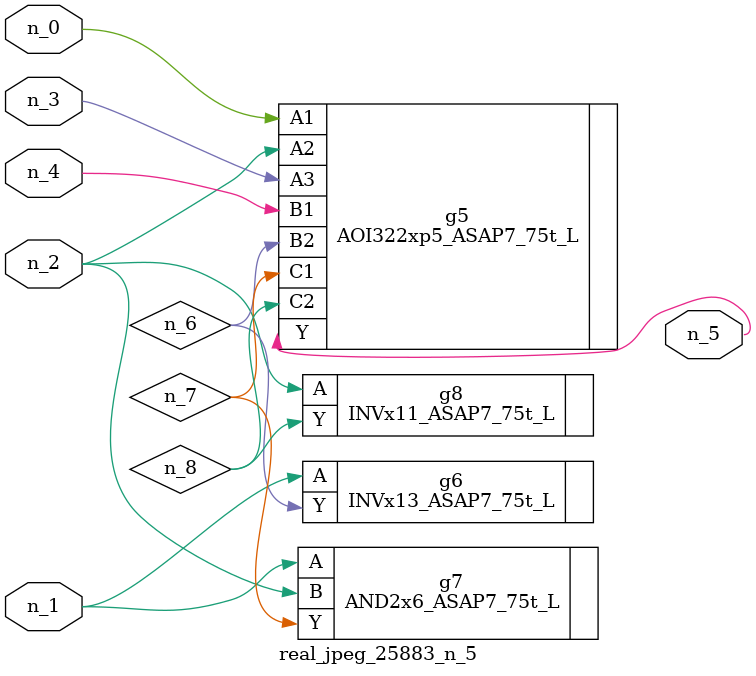
<source format=v>
module real_jpeg_25883_n_5 (n_4, n_0, n_1, n_2, n_3, n_5);

input n_4;
input n_0;
input n_1;
input n_2;
input n_3;

output n_5;

wire n_8;
wire n_6;
wire n_7;

AOI322xp5_ASAP7_75t_L g5 ( 
.A1(n_0),
.A2(n_2),
.A3(n_3),
.B1(n_4),
.B2(n_6),
.C1(n_7),
.C2(n_8),
.Y(n_5)
);

INVx13_ASAP7_75t_L g6 ( 
.A(n_1),
.Y(n_6)
);

AND2x6_ASAP7_75t_L g7 ( 
.A(n_1),
.B(n_2),
.Y(n_7)
);

INVx11_ASAP7_75t_L g8 ( 
.A(n_2),
.Y(n_8)
);


endmodule
</source>
